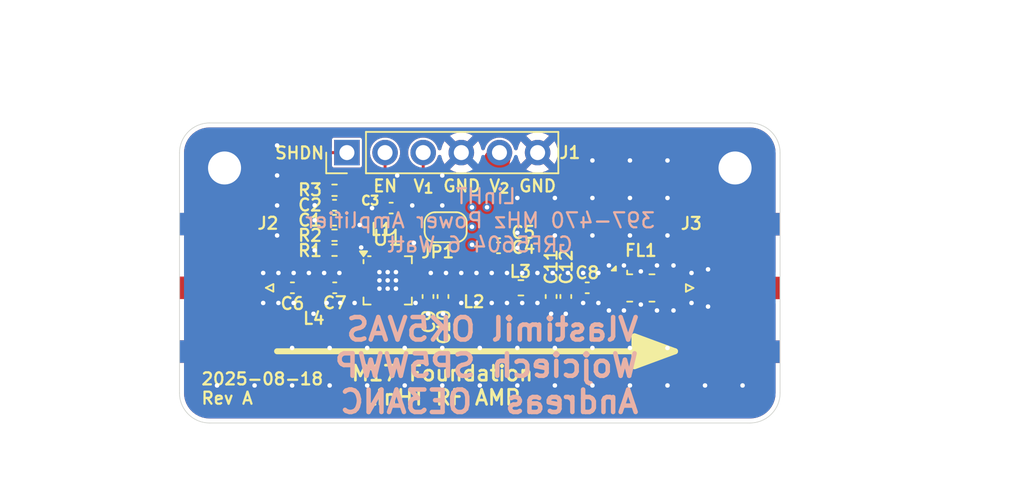
<source format=kicad_pcb>
(kicad_pcb (version 20241229) (generator "pcbnew") (generator_version "9.0")
  (title_block (title "LinHT - 390-470 MHz Power Amplifier") (date "2025-08-18") (rev "A") (company "M17 Foundation") (comment 1 "Author: Vlastimil OK5VAS, Wojciech SP5WWP, Andreas OE3ANC"))
  (layers (0 "F.Cu" signal) (4 "In1.Cu" signal) (6 "In2.Cu" signal) (2 "B.Cu" signal) (13 "F.Paste" user) (15 "B.Paste" user) (5 "F.SilkS" user "F.Silkscreen") (7 "B.SilkS" user "B.Silkscreen") (1 "F.Mask" user) (3 "B.Mask" user) (25 "Edge.Cuts" user))
  (net 0 "")
  (net 1 "GND")
  (net 2 "Net-(J2-In)")
  (net 3 "Net-(U1-V_{EN1})")
  (net 4 "Net-(U1-V_{EN2})")
  (net 5 "Net-(U1-VCC_{1})")
  (net 6 "/V_{2}")
  (net 7 "/V_{1}")
  (net 8 "/SHUTDOWN")
  (net 9 "/ENABLE")
  (net 10 "Net-(C6-Pad2)")
  (net 11 "Net-(C7-Pad2)")
  (net 12 "Net-(FL1-IN)")
  (net 13 "Net-(C11-Pad2)")
  (net 14 "Net-(C10-Pad2)")
  (net 15 "Net-(FL1-OUT)")
  (footprint "Capacitor_SMD:C_0402_1005Metric" (layer "F.Cu") (at 148.445 91.55)
    (property "Reference" "C3" (at -1.395 -0.5 180) (layer "F.SilkS") (effects (font (size 0.6 0.6))))
    (property "Value" "100n")
    (fp_line (start -0.107836 -0.36) (end 0.107836 -0.36) (stroke (width 0.12)) (layer "F.SilkS"))
    (fp_line (start -0.107836 0.36) (end 0.107836 0.36) (stroke (width 0.12)) (layer "F.SilkS"))
    (pad "1" smd roundrect (at -0.48 0) (size 0.56 0.62) (layers "F.Cu" "F.Mask" "F.Paste") (net 1 "GND"))
    (pad "2" smd roundrect (at 0.48 0) (size 0.56 0.62) (layers "F.Cu" "F.Mask" "F.Paste") (net 7 "/V_{1}"))
  )
  (footprint "Capacitor_SMD:C_0402_1005Metric" (layer "F.Cu") (at 144.675 92.36 180)
    (property "Reference" "C1" (at 1.63 0 0) (layer "F.SilkS") (effects (font (size 0.8 0.8))))
    (property "Value" "1n")
    (fp_line (start -0.107836 0.36) (end 0.107836 0.36) (stroke (width 0.12)) (layer "F.SilkS"))
    (fp_line (start -0.107836 -0.36) (end 0.107836 -0.36) (stroke (width 0.12)) (layer "F.SilkS"))
    (pad "1" smd roundrect (at -0.48 0 180) (size 0.56 0.62) (layers "F.Cu" "F.Mask" "F.Paste") (net 3 "Net-(U1-V_{EN1})"))
    (pad "2" smd roundrect (at 0.48 0 180) (size 0.56 0.62) (layers "F.Cu" "F.Mask" "F.Paste") (net 1 "GND"))
  )
  (footprint "Capacitor_SMD:C_0402_1005Metric" (layer "F.Cu") (at 155.6 93.2 180)
    (property "Reference" "C5" (at -1.65 0.025 0) (layer "F.SilkS") (effects (font (size 0.8 0.8))))
    (property "Value" "10u")
    (fp_line (start -0.107836 0.36) (end 0.107836 0.36) (stroke (width 0.12)) (layer "F.SilkS"))
    (fp_line (start -0.107836 -0.36) (end 0.107836 -0.36) (stroke (width 0.12)) (layer "F.SilkS"))
    (pad "1" smd roundrect (at -0.48 0 180) (size 0.56 0.62) (layers "F.Cu" "F.Mask" "F.Paste") (net 1 "GND"))
    (pad "2" smd roundrect (at 0.48 0 180) (size 0.56 0.62) (layers "F.Cu" "F.Mask" "F.Paste") (net 6 "/V_{2}"))
  )
  (footprint "Capacitor_SMD:C_0402_1005Metric" (layer "F.Cu") (at 155.6 94.2 180)
    (property "Reference" "C4" (at -1.65 0.025 0) (layer "F.SilkS") (effects (font (size 0.8 0.8))))
    (property "Value" "1n")
    (fp_line (start -0.107836 0.36) (end 0.107836 0.36) (stroke (width 0.12)) (layer "F.SilkS"))
    (fp_line (start -0.107836 -0.36) (end 0.107836 -0.36) (stroke (width 0.12)) (layer "F.SilkS"))
    (pad "1" smd roundrect (at -0.48 0 180) (size 0.56 0.62) (layers "F.Cu" "F.Mask" "F.Paste") (net 1 "GND"))
    (pad "2" smd roundrect (at 0.48 0 180) (size 0.56 0.62) (layers "F.Cu" "F.Mask" "F.Paste") (net 6 "/V_{2}"))
  )
  (footprint "Capacitor_SMD:C_0402_1005Metric" (layer "F.Cu") (at 144.69 96.865)
    (property "Reference" "C7" (at 0 1 0) (layer "F.SilkS") (effects (font (size 0.8 0.8))))
    (property "Value" "33p")
    (fp_line (start -0.107836 -0.36) (end 0.107836 -0.36) (stroke (width 0.12)) (layer "F.SilkS"))
    (fp_line (start -0.107836 0.36) (end 0.107836 0.36) (stroke (width 0.12)) (layer "F.SilkS"))
    (pad "1" smd roundrect (at -0.48 0) (size 0.56 0.62) (layers "F.Cu" "F.Mask" "F.Paste") (net 10 "Net-(C6-Pad2)"))
    (pad "2" smd roundrect (at 0.48 0) (size 0.56 0.62) (layers "F.Cu" "F.Mask" "F.Paste") (net 11 "Net-(C7-Pad2)"))
  )
  (footprint "Jumper:SolderJumper-2_P1.3mm_Open_RoundedPad1.0x1.5mm" (layer "F.Cu") (at 152.075 92.825)
    (property "Reference" "JP1" (at -0.525 1.65 0) (layer "F.SilkS") (effects (font (size 0.8 0.8))))
    (property "Value" "SolderJumper_2_Open")
    (fp_line (start -1.4 0.3) (end -1.4 -0.3) (stroke (width 0.12)) (layer "F.SilkS"))
    (fp_line (start -0.7 -1) (end 0.7 -1) (stroke (width 0.12)) (layer "F.SilkS"))
    (fp_line (start 0.7 1) (end -0.7 1) (stroke (width 0.12)) (layer "F.SilkS"))
    (fp_line (start 1.4 -0.3) (end 1.4 0.3) (stroke (width 0.12)) (layer "F.SilkS"))
    (fp_arc (start -1.4 -0.3) (mid -1.194975 -0.794975) (end -0.7 -1) (stroke (width 0.12)) (layer "F.SilkS"))
    (fp_arc (start -0.7 1) (mid -1.194975 0.794975) (end -1.4 0.3) (stroke (width 0.12)) (layer "F.SilkS"))
    (fp_arc (start 0.7 -1) (mid 1.194975 -0.794975) (end 1.4 -0.3) (stroke (width 0.12)) (layer "F.SilkS"))
    (fp_arc (start 1.4 0.3) (mid 1.194975 0.794975) (end 0.7 1) (stroke (width 0.12)) (layer "F.SilkS"))
    (pad "1" smd custom (at -0.65 0) (size 1 0.5) (layers "F.Cu" "F.Mask") (net 7 "/V_{1}") (options (clearance outline) (anchor rect)) (primitives (gr_circle (center 0 0.25) (end 0.5 0.25) (width 0) (fill yes)) (gr_circle (center 0 -0.25) (end 0.5 -0.25) (width 0) (fill yes)) (gr_poly (pts (xy 0.5 0.75) (xy 0 0.75) (xy 0 -0.75) (xy 0.5 -0.75)) (width 0) (fill yes))))
    (pad "2" smd custom (at 0.65 0) (size 1 0.5) (layers "F.Cu" "F.Mask") (net 6 "/V_{2}") (options (clearance outline) (anchor rect)) (primitives (gr_circle (center 0 0.25) (end 0.5 0.25) (width 0) (fill yes)) (gr_circle (center 0 -0.25) (end 0.5 -0.25) (width 0) (fill yes)) (gr_poly (pts (xy 0 0.75) (xy -0.5 0.75) (xy -0.5 -0.75) (xy 0 -0.75)) (width 0) (fill yes))))
  )
  (footprint "Resistor_SMD:R_0402_1005Metric" (layer "F.Cu") (at 144.675 93.36)
    (property "Reference" "R2" (at -1.63 0.0125 0) (layer "F.SilkS") (effects (font (size 0.8 0.8))))
    (property "Value" "1k96")
    (fp_line (start -0.153641 -0.38) (end 0.153641 -0.38) (stroke (width 0.12)) (layer "F.SilkS"))
    (fp_line (start -0.153641 0.38) (end 0.153641 0.38) (stroke (width 0.12)) (layer "F.SilkS"))
    (pad "1" smd roundrect (at -0.51 0) (size 0.54 0.64) (layers "F.Cu" "F.Mask" "F.Paste") (net 9 "/ENABLE"))
    (pad "2" smd roundrect (at 0.51 0) (size 0.54 0.64) (layers "F.Cu" "F.Mask" "F.Paste") (net 3 "Net-(U1-V_{EN1})"))
  )
  (footprint "Resistor_SMD:R_0402_1005Metric" (layer "F.Cu") (at 144.675 94.36 180)
    (property "Reference" "R1" (at 1.63 -0.025 0) (layer "F.SilkS") (effects (font (size 0.8 0.8))))
    (property "Value" "100k")
    (fp_line (start -0.153641 0.38) (end 0.153641 0.38) (stroke (width 0.12)) (layer "F.SilkS"))
    (fp_line (start -0.153641 -0.38) (end 0.153641 -0.38) (stroke (width 0.12)) (layer "F.SilkS"))
    (pad "1" smd roundrect (at -0.51 0 180) (size 0.54 0.64) (layers "F.Cu" "F.Mask" "F.Paste") (net 8 "/SHUTDOWN"))
    (pad "2" smd roundrect (at 0.51 0 180) (size 0.54 0.64) (layers "F.Cu" "F.Mask" "F.Paste") (net 1 "GND"))
  )
  (footprint "Capacitor_SMD:C_0402_1005Metric" (layer "F.Cu") (at 144.675 91.36 180)
    (property "Reference" "C2" (at 1.63 0.0125 0) (layer "F.SilkS") (effects (font (size 0.8 0.8))))
    (property "Value" "1n")
    (fp_line (start -0.107836 0.36) (end 0.107836 0.36) (stroke (width 0.12)) (layer "F.SilkS"))
    (fp_line (start -0.107836 -0.36) (end 0.107836 -0.36) (stroke (width 0.12)) (layer "F.SilkS"))
    (pad "1" smd roundrect (at -0.48 0 180) (size 0.56 0.62) (layers "F.Cu" "F.Mask" "F.Paste") (net 4 "Net-(U1-V_{EN2})"))
    (pad "2" smd roundrect (at 0.48 0 180) (size 0.56 0.62) (layers "F.Cu" "F.Mask" "F.Paste") (net 1 "GND"))
  )
  (footprint "MountingHole:MountingHole_2.2mm_M2_DIN965_Pad" (layer "F.Cu") (at 171.35 88.875)
    (property "Reference" "H2" (hide yes))
    (property "Value" "MountingHole_Pad_MP")
    (pad "1" thru_hole circle (at 0 0) (size 3.8 3.8) (drill 2.2) (layers "*.Cu" "*.Mask") (net 1 "GND"))
  )
  (footprint "Capacitor_SMD:C_0402_1005Metric" (layer "F.Cu") (at 160.08 97.445 90)
    (property "Reference" "C12" (at 1.97 0.025 90) (layer "F.SilkS") (effects (font (size 0.8 0.8))))
    (property "Value" "3p")
    (fp_line (start -0.107836 -0.36) (end 0.107836 -0.36) (stroke (width 0.12)) (layer "F.SilkS"))
    (fp_line (start -0.107836 0.36) (end 0.107836 0.36) (stroke (width 0.12)) (layer "F.SilkS"))
    (pad "1" smd roundrect (at -0.48 0 90) (size 0.56 0.62) (layers "F.Cu" "F.Mask" "F.Paste") (net 1 "GND"))
    (pad "2" smd roundrect (at 0.48 0 90) (size 0.56 0.62) (layers "F.Cu" "F.Mask" "F.Paste") (net 13 "Net-(C11-Pad2)"))
  )
  (footprint "Capacitor_SMD:C_0402_1005Metric" (layer "F.Cu") (at 150.9 97.445 90)
    (property "Reference" "C9" (at -1.675 0.05 90) (layer "F.SilkS") (effects (font (size 0.8 0.8))))
    (property "Value" "33p")
    (fp_line (start -0.107836 -0.36) (end 0.107836 -0.36) (stroke (width 0.12)) (layer "F.SilkS"))
    (fp_line (start -0.107836 0.36) (end 0.107836 0.36) (stroke (width 0.12)) (layer "F.SilkS"))
    (pad "1" smd roundrect (at -0.48 0 90) (size 0.56 0.62) (layers "F.Cu" "F.Mask" "F.Paste") (net 1 "GND"))
    (pad "2" smd roundrect (at 0.48 0 90) (size 0.56 0.62) (layers "F.Cu" "F.Mask" "F.Paste") (net 14 "Net-(C10-Pad2)"))
  )
  (footprint "Capacitor_SMD:C_0402_1005Metric" (layer "F.Cu") (at 159.1 97.445 90)
    (property "Reference" "C11" (at 1.97 0 90) (layer "F.SilkS") (effects (font (size 0.8 0.8))))
    (property "Value" "27p")
    (fp_line (start -0.107836 -0.36) (end 0.107836 -0.36) (stroke (width 0.12)) (layer "F.SilkS"))
    (fp_line (start -0.107836 0.36) (end 0.107836 0.36) (stroke (width 0.12)) (layer "F.SilkS"))
    (pad "1" smd roundrect (at -0.48 0 90) (size 0.56 0.62) (layers "F.Cu" "F.Mask" "F.Paste") (net 1 "GND"))
    (pad "2" smd roundrect (at 0.48 0 90) (size 0.56 0.62) (layers "F.Cu" "F.Mask" "F.Paste") (net 13 "Net-(C11-Pad2)"))
  )
  (footprint "MountingHole:MountingHole_2.2mm_M2_DIN965_Pad" (layer "F.Cu") (at 137.35 88.875)
    (property "Reference" "H1" (hide yes))
    (property "Value" "MountingHole_Pad_MP")
    (pad "1" thru_hole circle (at 0 0) (size 3.8 3.8) (drill 2.2) (layers "*.Cu" "*.Mask") (net 1 "GND"))
  )
  (footprint "Parts:QFN-16-1EP_3x3mm_P0.5mm_EP1.7x1.7mm_ThermalVias" (layer "F.Cu") (at 148.215 96.37)
    (property "Reference" "U1" (at 0 -2.83 0) (layer "F.SilkS"))
    (property "Value" "GRF5604")
    (fp_line (start -1.61 -1.135) (end -1.61 -1.37) (stroke (width 0.12)) (layer "F.SilkS"))
    (fp_line (start -1.61 1.61) (end -1.61 1.135) (stroke (width 0.12)) (layer "F.SilkS"))
    (fp_line (start -1.135 -1.61) (end -1.31 -1.61) (stroke (width 0.12)) (layer "F.SilkS"))
    (fp_line (start -1.135 1.61) (end -1.61 1.61) (stroke (width 0.12)) (layer "F.SilkS"))
    (fp_line (start 1.135 -1.61) (end 1.61 -1.61) (stroke (width 0.12)) (layer "F.SilkS"))
    (fp_line (start 1.135 1.61) (end 1.61 1.61) (stroke (width 0.12)) (layer "F.SilkS"))
    (fp_line (start 1.61 -1.61) (end 1.61 -1.135) (stroke (width 0.12)) (layer "F.SilkS"))
    (fp_line (start 1.61 1.61) (end 1.61 1.135) (stroke (width 0.12)) (layer "F.SilkS"))
    (fp_poly (pts (xy -1.61 -1.61) (xy -1.85 -1.94) (xy -1.37 -1.94)) (stroke (width 0.12)) (fill yes) (layer "F.SilkS"))
    (pad "1" smd roundrect (at -1.4625 -0.75) (size 0.825 0.25) (layers "F.Cu" "F.Mask" "F.Paste") (net 8 "/SHUTDOWN"))
    (pad "2" smd roundrect (at -1.4625 -0.25) (size 0.825 0.25) (layers "F.Cu" "F.Mask" "F.Paste") (net 1 "GND"))
    (pad "3" smd roundrect (at -1.4625 0.25) (size 0.825 0.25) (layers "F.Cu" "F.Mask" "F.Paste") (net 11 "Net-(C7-Pad2)"))
    (pad "4" smd roundrect (at -1.4625 0.75) (size 0.825 0.25) (layers "F.Cu" "F.Mask" "F.Paste") (net 11 "Net-(C7-Pad2)"))
    (pad "5" smd roundrect (at -0.75 1.4625) (size 0.25 0.825) (layers "F.Cu" "F.Mask" "F.Paste") (net 1 "GND"))
    (pad "6" smd roundrect (at -0.25 1.4625) (size 0.25 0.825) (layers "F.Cu" "F.Mask" "F.Paste") (net 1 "GND"))
    (pad "7" smd roundrect (at 0.25 1.4625) (size 0.25 0.825) (layers "F.Cu" "F.Mask" "F.Paste") (net 1 "GND"))
    (pad "8" smd roundrect (at 0.75 1.4625) (size 0.25 0.825) (layers "F.Cu" "F.Mask" "F.Paste") (net 1 "GND"))
    (pad "9" smd roundrect (at 1.4625 0.75) (size 0.825 0.25) (layers "F.Cu" "F.Mask" "F.Paste") (net 14 "Net-(C10-Pad2)"))
    (pad "10" smd roundrect (at 1.4625 0.25) (size 0.825 0.25) (layers "F.Cu" "F.Mask" "F.Paste") (net 14 "Net-(C10-Pad2)"))
    (pad "11" smd roundrect (at 1.4625 -0.25) (size 0.825 0.25) (layers "F.Cu" "F.Mask" "F.Paste") (net 1 "GND"))
    (pad "12" smd roundrect (at 1.4625 -0.75) (size 0.825 0.25) (layers "F.Cu" "F.Mask" "F.Paste") (net 6 "/V_{2}"))
    (pad "13" smd roundrect (at 0.75 -1.4625) (size 0.25 0.825) (layers "F.Cu" "F.Mask" "F.Paste") (net 5 "Net-(U1-VCC_{1})"))
    (pad "14" smd roundrect (at 0.25 -1.4625) (size 0.25 0.825) (layers "F.Cu" "F.Mask" "F.Paste") (net 1 "GND"))
    (pad "15" smd roundrect (at -0.25 -1.4625) (size 0.25 0.825) (layers "F.Cu" "F.Mask" "F.Paste") (net 4 "Net-(U1-V_{EN2})"))
    (pad "16" smd roundrect (at -0.75 -1.4625) (size 0.25 0.825) (layers "F.Cu" "F.Mask" "F.Paste") (net 3 "Net-(U1-V_{EN1})"))
    (pad "17" thru_hole circle (at -0.55 -0.55) (size 0.6 0.6) (drill 0.3) (property pad_prop_heatsink) (layers "*.Cu") (net 1 "GND"))
    (pad "17" thru_hole circle (at -0.55 0) (size 0.6 0.6) (drill 0.3) (property pad_prop_heatsink) (layers "*.Cu") (net 1 "GND"))
    (pad "17" thru_hole circle (at -0.55 0.55) (size 0.6 0.6) (drill 0.3) (property pad_prop_heatsink) (layers "*.Cu") (net 1 "GND"))
    (pad "17" thru_hole circle (at 0 -0.55) (size 0.6 0.6) (drill 0.3) (property pad_prop_heatsink) (layers "*.Cu") (net 1 "GND"))
    (pad "17" thru_hole circle (at 0 0) (size 0.6 0.6) (drill 0.3) (property pad_prop_heatsink) (layers "*.Cu") (net 1 "GND"))
    (pad "17" smd roundrect (at 0 0) (size 1.7 1.7) (property pad_prop_heatsink) (layers "F.Cu" "F.Mask") (roundrect_rratio 0.05882352941) (net 1 "GND"))
    (pad "17" smd roundrect (at 0 0) (size 1.7 1.7) (property pad_prop_heatsink) (layers "B.Cu") (roundrect_rratio 0.05882352941) (net 1 "GND"))
    (pad "17" thru_hole circle (at 0 0.55) (size 0.6 0.6) (drill 0.3) (property pad_prop_heatsink) (layers "*.Cu") (net 1 "GND"))
    (pad "17" thru_hole circle (at 0.55 -0.55) (size 0.6 0.6) (drill 0.3) (property pad_prop_heatsink) (layers "*.Cu") (net 1 "GND"))
    (pad "17" thru_hole circle (at 0.55 0) (size 0.6 0.6) (drill 0.3) (property pad_prop_heatsink) (layers "*.Cu") (net 1 "GND"))
    (pad "17" thru_hole circle (at 0.55 0.55) (size 0.6 0.6) (drill 0.3) (property pad_prop_heatsink) (layers "*.Cu") (net 1 "GND"))
  )
  (footprint "Resistor_SMD:R_0402_1005Metric" (layer "F.Cu") (at 144.675 90.36)
    (property "Reference" "R3" (at -1.63 -0.025 0) (layer "F.SilkS") (effects (font (size 0.8 0.8))))
    (property "Value" "6k04")
    (fp_line (start -0.153641 -0.38) (end 0.153641 -0.38) (stroke (width 0.12)) (layer "F.SilkS"))
    (fp_line (start -0.153641 0.38) (end 0.153641 0.38) (stroke (width 0.12)) (layer "F.SilkS"))
    (pad "1" smd roundrect (at -0.51 0) (size 0.54 0.64) (layers "F.Cu" "F.Mask" "F.Paste") (net 9 "/ENABLE"))
    (pad "2" smd roundrect (at 0.51 0) (size 0.54 0.64) (layers "F.Cu" "F.Mask" "F.Paste") (net 4 "Net-(U1-V_{EN2})"))
  )
  (footprint "Filter:Filter_Mini-Circuits_FV1206" (layer "F.Cu") (at 165.075 96.875)
    (property "Reference" "FL1" (at 0 -2.5 0) (layer "F.SilkS") (effects (font (size 0.8 0.8))))
    (property "Value" "LFCN-490")
    (fp_line (start -0.91 -0.91) (end -0.91 -1.16) (stroke (width 0.12)) (layer "F.SilkS"))
    (fp_line (start -0.91 -0.91) (end -0.57 -0.91) (stroke (width 0.12)) (layer "F.SilkS"))
    (fp_line (start -0.91 0.91) (end -0.57 0.91) (stroke (width 0.12)) (layer "F.SilkS"))
    (fp_line (start 0.57 -0.91) (end 0.91 -0.91) (stroke (width 0.12)) (layer "F.SilkS"))
    (fp_line (start 0.57 0.91) (end 0.91 0.91) (stroke (width 0.12)) (layer "F.SilkS"))
    (fp_poly (pts (xy -1.66 -1.16) (xy -1.94 -1.16) (xy -1.66 -1.44) (xy -1.66 -1.16)) (stroke (width 0.12)) (fill yes) (layer "F.SilkS"))
    (pad "1" smd roundrect (at -1.625 0) (size 1.04 1.8) (layers "F.Cu" "F.Mask" "F.Paste") (roundrect_rratio 0.24) (net 12 "Net-(FL1-IN)"))
    (pad "2" smd roundrect (at 0 0.9275) (size 0.61 1.245) (layers "F.Cu" "F.Mask" "F.Paste") (net 1 "GND"))
    (pad "2" thru_hole circle (at 0 1.105) (size 0.61 0.61) (drill 0.3) (layers "*.Cu" "*.Mask") (net 1 "GND"))
    (pad "3" smd roundrect (at 1.625 0) (size 1.04 1.8) (layers "F.Cu" "F.Mask" "F.Paste") (roundrect_rratio 0.24) (net 15 "Net-(FL1-OUT)"))
    (pad "4" thru_hole circle (at 0 -1.105) (size 0.61 0.61) (drill 0.3) (layers "*.Cu" "*.Mask") (net 1 "GND"))
    (pad "4" smd roundrect (at 0 -0.9275) (size 0.61 1.245) (layers "F.Cu" "F.Mask" "F.Paste") (net 1 "GND"))
  )
  (footprint "Connector_PinHeader_2.54mm:PinHeader_1x06_P2.54mm_Vertical" (layer "F.Cu") (at 145.5 87.85 90)
    (property "Reference" "J1" (at 0 14.85 180) (layer "F.SilkS") (effects (font (size 0.8 0.8))))
    (property "Value" "SIGNALS")
    (fp_line (start -1.38 -1.38) (end 0 -1.38) (stroke (width 0.12)) (layer "F.SilkS"))
    (fp_line (start -1.38 0) (end -1.38 -1.38) (stroke (width 0.12)) (layer "F.SilkS"))
    (fp_line (start 1.38 1.27) (end 1.38 14.08) (stroke (width 0.12)) (layer "F.SilkS"))
    (fp_line (start -1.38 1.27) (end 1.38 1.27) (stroke (width 0.12)) (layer "F.SilkS"))
    (fp_line (start -1.38 1.27) (end -1.38 14.08) (stroke (width 0.12)) (layer "F.SilkS"))
    (fp_line (start -1.38 14.08) (end 1.38 14.08) (stroke (width 0.12)) (layer "F.SilkS"))
    (pad "1" thru_hole rect (at 0 0 90) (size 1.7 1.7) (drill 1) (layers "*.Cu" "*.Mask") (net 8 "/SHUTDOWN"))
    (pad "2" thru_hole circle (at 0 2.54 90) (size 1.7 1.7) (drill 1) (layers "*.Cu" "*.Mask") (net 9 "/ENABLE"))
    (pad "3" thru_hole circle (at 0 5.08 90) (size 1.7 1.7) (drill 1) (layers "*.Cu" "*.Mask") (net 7 "/V_{1}"))
    (pad "4" thru_hole circle (at 0 7.62 90) (size 1.7 1.7) (drill 1) (layers "*.Cu" "*.Mask") (net 1 "GND"))
    (pad "5" thru_hole circle (at 0 10.16 90) (size 1.7 1.7) (drill 1) (layers "*.Cu" "*.Mask") (net 6 "/V_{2}"))
    (pad "6" thru_hole circle (at 0 12.7 90) (size 1.7 1.7) (drill 1) (layers "*.Cu" "*.Mask") (net 1 "GND"))
  )
  (footprint "Capacitor_SMD:C_0402_1005Metric" (layer "F.Cu") (at 141.87 96.865)
    (property "Reference" "C6" (at 0 1.05 0) (layer "F.SilkS") (effects (font (size 0.8 0.8))))
    (property "Value" "10p")
    (fp_line (start -0.107836 -0.36) (end 0.107836 -0.36) (stroke (width 0.12)) (layer "F.SilkS"))
    (fp_line (start -0.107836 0.36) (end 0.107836 0.36) (stroke (width 0.12)) (layer "F.SilkS"))
    (pad "1" smd roundrect (at -0.48 0) (size 0.56 0.62) (layers "F.Cu" "F.Mask" "F.Paste") (net 2 "Net-(J2-In)"))
    (pad "2" smd roundrect (at 0.48 0) (size 0.56 0.62) (layers "F.Cu" "F.Mask" "F.Paste") (net 10 "Net-(C6-Pad2)"))
  )
  (footprint "Connector_Coaxial:SMA_Amphenol_132289_EdgeMount" (layer "F.Cu") (at 171.7875 96.875)
    (property "Reference" "J3" (at -3.35 -4.3 180) (layer "F.SilkS") (effects (font (size 0.8 0.8))))
    (property "Value" "OUTPUT")
    (fp_line (start -3.71 -0.25) (end -3.71 0.25) (stroke (width 0.12)) (layer "F.SilkS"))
    (fp_line (start -3.71 0.25) (end -3.21 0) (stroke (width 0.12)) (layer "F.SilkS"))
    (fp_line (start -3.21 0) (end -3.71 -0.25) (stroke (width 0.12)) (layer "F.SilkS"))
    (pad "1" smd rect (at 0 0 90) (size 1.5 5.08) (layers "F.Cu" "F.Mask" "F.Paste") (net 15 "Net-(FL1-OUT)"))
    (pad "2" smd rect (at 0 -4.25 90) (size 1.5 5.08) (layers "F.Cu" "F.Mask" "F.Paste") (net 1 "GND"))
    (pad "2" smd rect (at 0 -4.25 90) (size 1.5 5.08) (layers "B.Cu" "B.Mask" "B.Paste") (net 1 "GND"))
    (pad "2" smd rect (at 0 4.25 90) (size 1.5 5.08) (layers "F.Cu" "F.Mask" "F.Paste") (net 1 "GND"))
    (pad "2" smd rect (at 0 4.25 90) (size 1.5 5.08) (layers "B.Cu" "B.Mask" "B.Paste") (net 1 "GND"))
  )
  (footprint "Inductor_SMD:L_0402_1005Metric" (layer "F.Cu") (at 148.975 93 -90)
    (property "Reference" "L1" (at -0.025 1.175 180) (layer "F.SilkS") (effects (font (size 0.8 0.8))))
    (property "Value" "20nH")
    (pad "1" smd roundrect (at -0.485 0 270) (size 0.59 0.64) (layers "F.Cu" "F.Mask" "F.Paste") (net 7 "/V_{1}"))
    (pad "2" smd roundrect (at 0.485 0 270) (size 0.59 0.64) (layers "F.Cu" "F.Mask" "F.Paste") (net 5 "Net-(U1-VCC_{1})"))
  )
  (footprint "Capacitor_SMD:C_0402_1005Metric" (layer "F.Cu") (at 151.9 97.445 90)
    (property "Reference" "C10" (at -2.03 0.05 90) (layer "F.SilkS") (effects (font (size 0.8 0.8))))
    (property "Value" "6p8")
    (fp_line (start -0.107836 -0.36) (end 0.107836 -0.36) (stroke (width 0.12)) (layer "F.SilkS"))
    (fp_line (start -0.107836 0.36) (end 0.107836 0.36) (stroke (width 0.12)) (layer "F.SilkS"))
    (pad "1" smd roundrect (at -0.48 0 90) (size 0.56 0.62) (layers "F.Cu" "F.Mask" "F.Paste") (net 1 "GND"))
    (pad "2" smd roundrect (at 0.48 0 90) (size 0.56 0.62) (layers "F.Cu" "F.Mask" "F.Paste") (net 14 "Net-(C10-Pad2)"))
  )
  (footprint "Inductor_SMD:L_0603_1608Metric" (layer "F.Cu") (at 157.0875 96.865)
    (property "Reference" "L3" (at -0.0375 -1.09 0) (layer "F.SilkS") (effects (font (size 0.8 0.8))))
    (property "Value" "2.4nH")
    (fp_line (start -0.162779 -0.51) (end 0.162779 -0.51) (stroke (width 0.12)) (layer "F.SilkS"))
    (fp_line (start -0.162779 0.51) (end 0.162779 0.51) (stroke (width 0.12)) (layer "F.SilkS"))
    (pad "1" smd roundrect (at -0.7875 0) (size 0.875 0.95) (layers "F.Cu" "F.Mask" "F.Paste") (net 14 "Net-(C10-Pad2)"))
    (pad "2" smd roundrect (at 0.7875 0) (size 0.875 0.95) (layers "F.Cu" "F.Mask" "F.Paste") (net 13 "Net-(C11-Pad2)"))
  )
  (footprint "Inductor_SMD:L_0402_1005Metric" (layer "F.Cu") (at 143.27 97.44 -90)
    (property "Reference" "L4" (at 1.465 -0.025 180) (layer "F.SilkS") (effects (font (size 0.8 0.8))))
    (property "Value" "10n")
    (pad "1" smd roundrect (at -0.485 0 270) (size 0.59 0.64) (layers "F.Cu" "F.Mask" "F.Paste") (net 10 "Net-(C6-Pad2)"))
    (pad "2" smd roundrect (at 0.485 0 270) (size 0.59 0.64) (layers "F.Cu" "F.Mask" "F.Paste") (net 1 "GND"))
  )
  (footprint "Capacitor_SMD:C_0402_1005Metric" (layer "F.Cu") (at 161.505 96.865)
    (property "Reference" "C8" (at 0 -1 0) (layer "F.SilkS") (effects (font (size 0.8 0.8))))
    (property "Value" "100p")
    (fp_line (start -0.107836 -0.36) (end 0.107836 -0.36) (stroke (width 0.12)) (layer "F.SilkS"))
    (fp_line (start -0.107836 0.36) (end 0.107836 0.36) (stroke (width 0.12)) (layer "F.SilkS"))
    (pad "1" smd roundrect (at -0.48 0) (size 0.56 0.62) (layers "F.Cu" "F.Mask" "F.Paste") (net 13 "Net-(C11-Pad2)"))
    (pad "2" smd roundrect (at 0.48 0) (size 0.56 0.62) (layers "F.Cu" "F.Mask" "F.Paste") (net 12 "Net-(FL1-IN)"))
  )
  (footprint "Parts:0908SQ-23N" (layer "F.Cu") (at 154 95.895 -90)
    (property "Reference" "L2" (at 1.9 0.05 0) (layer "F.SilkS") (effects (font (size 0.8 0.8))))
    (property "Value" "23nH")
    (pad "1" smd roundrect (at -0.95 0 270) (size 0.64 2.8) (layers "F.Cu" "F.Mask" "F.Paste") (roundrect_rratio 0.15) (net 6 "/V_{2}"))
    (pad "2" smd roundrect (at 0.95 0 270) (size 0.64 2.8) (layers "F.Cu" "F.Mask" "F.Paste") (roundrect_rratio 0.15) (net 14 "Net-(C10-Pad2)"))
  )
  (footprint "Connector_Coaxial:SMA_Amphenol_132289_EdgeMount" (layer "F.Cu") (at 136.89 96.865 180)
    (property "Reference" "J2" (at -3.35 4.3 180) (layer "F.SilkS") (effects (font (size 0.8 0.8))))
    (property "Value" "INPUT")
    (fp_line (start -3.21 0) (end -3.71 -0.25) (stroke (width 0.12)) (layer "F.SilkS"))
    (fp_line (start -3.71 0.25) (end -3.21 0) (stroke (width 0.12)) (layer "F.SilkS"))
    (fp_line (start -3.71 -0.25) (end -3.71 0.25) (stroke (width 0.12)) (layer "F.SilkS"))
    (pad "1" smd rect (at 0 0 270) (size 1.5 5.08) (layers "F.Cu" "F.Mask" "F.Paste") (net 2 "Net-(J2-In)"))
    (pad "2" smd rect (at 0 -4.25 270) (size 1.5 5.08) (layers "F.Cu" "F.Mask" "F.Paste") (net 1 "GND"))
    (pad "2" smd rect (at 0 -4.25 270) (size 1.5 5.08) (layers "B.Cu" "B.Mask" "B.Paste") (net 1 "GND"))
    (pad "2" smd rect (at 0 4.25 270) (size 1.5 5.08) (layers "F.Cu" "F.Mask" "F.Paste") (net 1 "GND"))
    (pad "2" smd rect (at 0 4.25 270) (size 1.5 5.08) (layers "B.Cu" "B.Mask" "B.Paste") (net 1 "GND"))
  )
  (gr_poly (pts (xy 164.65 100.095) (xy 167.35 101.095) (xy 164.65 102.095)) (stroke (width 0.4)) (fill yes) (layer "F.SilkS"))
  (gr_line (start 140.85 101.095) (end 167.35 101.095) (stroke (width 0.4)) (layer "F.SilkS"))
  (gr_arc (start 136.35 105.875) (mid 134.935786 105.289214) (end 134.35 103.875) (stroke (width 0.05)) (layer "Edge.Cuts"))
  (gr_line (start 136.35 105.875) (end 172.35 105.875) (stroke (width 0.05)) (layer "Edge.Cuts"))
  (gr_arc (start 174.35 103.875) (mid 173.764214 105.289214) (end 172.35 105.875) (stroke (width 0.05)) (layer "Edge.Cuts"))
  (gr_line (start 172.35 85.875) (end 136.35 85.875) (stroke (width 0.05)) (layer "Edge.Cuts"))
  (gr_arc (start 134.35 87.875) (mid 134.935786 86.460786) (end 136.35 85.875) (stroke (width 0.05)) (layer "Edge.Cuts"))
  (gr_line (start 134.35 87.875) (end 134.35 103.875) (stroke (width 0.05)) (layer "Edge.Cuts"))
  (gr_arc (start 172.35 85.875) (mid 173.764214 86.460786) (end 174.35 87.875) (stroke (width 0.05)) (layer "Edge.Cuts"))
  (gr_line (start 174.35 103.875) (end 174.35 87.875) (stroke (width 0.05)) (layer "Edge.Cuts"))
  (gr_text "SHDN" (at 142.35 87.875 0) (layer "F.SilkS") (effects (font (size 0.8 0.8))))
  (gr_text "${ISSUE_DATE}\nRev ${REVISION}" (at 135.73 104.695 0) (layer "F.SilkS") (effects (font (size 0.8 0.8)) (justify left bottom)))
  (gr_text "V_{2}" (at 155.65 90.075 0) (layer "F.SilkS") (effects (font (size 0.8 0.8))))
  (gr_text "GND" (at 158.2 90.075 0) (layer "F.SilkS") (effects (font (size 0.8 0.8))))
  (gr_text "EN" (at 148.05 90.075 0) (layer "F.SilkS") (effects (font (size 0.8 0.8))))
  (gr_text "M17 Foundation\nLinHT RF AMP" (at 151.85 103.375 0) (layer "F.SilkS") (effects (font (size 1 1) (thickness 0.18) (bold yes))))
  (gr_text "V_{1}" (at 150.6 90.075 0) (layer "F.SilkS") (effects (font (size 0.8 0.8))))
  (gr_text "GND" (at 153.15 90.075 0) (layer "F.SilkS") (effects (font (size 0.8 0.8))))
  (gr_text "LinHT \n397-470 MHz Power Amplifier\nGRF5604 6 Watt" (at 154.37 92.375 0) (layer "B.SilkS") (effects (font (size 1 1)) (justify mirror)))
  (gr_text "Vlastimil OK5VAS\nWojciech SP5WWP\nAndreas  OE3ANC" (at 165.07 102.05 0) (layer "B.SilkS") (effects (font (size 1.5 1.5) (thickness 0.3) (bold yes)) (justify left mirror)))
  (via (at 157.173529 97.875) (size 0.6) (drill 0.3) (layers "F.Cu" "B.Cu") (net 1))
  (via (at 158.188235 97.875) (size 0.6) (drill 0.3) (layers "F.Cu" "B.Cu") (net 1))
  (via (at 168.45 97.875) (size 0.6) (drill 0.3) (layers "F.Cu" "B.Cu") (net 1))
  (via (at 166.15 95.375) (size 0.6) (drill 0.3) (layers "F.Cu" "B.Cu") (net 1))
  (via (at 161.85 90.875) (size 0.6) (drill 0.3) (layers "F.Cu" "B.Cu") (net 1))
  (via (at 140.85 93.375) (size 0.6) (drill 0.3) (layers "F.Cu" "B.Cu") (net 1))
  (via (at 155.144117 97.875) (size 0.6) (drill 0.3) (layers "F.Cu" "B.Cu") (net 1))
  (via (at 143.35 94.36) (size 0.6) (drill 0.3) (layers "F.Cu" "B.Cu") (net 1))
  (via (at 166.85 93.375) (size 0.6) (drill 0.3) (layers "F.Cu" "B.Cu") (net 1))
  (via (at 159.35 90.875) (size 0.6) (drill 0.3) (layers "F.Cu" "B.Cu") (net 1))
  (via (at 140.85 91.375) (size 0.6) (drill 0.3) (layers "F.Cu" "B.Cu") (net 1))
  (via (at 156.85 90.875) (size 0.6) (drill 0.3) (layers "F.Cu" "B.Cu") (net 1))
  (via (at 154.129411 95.875) (size 0.6) (drill 0.3) (layers "F.Cu" "B.Cu") (net 1))
  (via (at 168.45 95.875) (size 0.6) (drill 0.3) (layers "F.Cu" "B.Cu") (net 1))
  (via (at 148.85 89.375) (size 0.6) (drill 0.3) (layers "F.Cu" "B.Cu") (net 1))
  (via (at 158.188235 95.875) (size 0.6) (drill 0.3) (layers "F.Cu" "B.Cu") (net 1))
  (via (at 164.35 90.875) (size 0.6) (drill 0.3) (layers "F.Cu" "B.Cu") (net 1))
  (via (at 156.85 100.875) (size 0.6) (drill 0.3) (layers "F.Cu" "B.Cu") (net 1))
  (via (at 154.35 100.875) (size 0.6) (drill 0.3) (layers "F.Cu" "B.Cu") (net 1))
  (via (at 139.35 103.375) (size 0.6) (drill 0.3) (layers "F.Cu" "B.Cu") (net 1))
  (via (at 153.114705 97.875) (size 0.6) (drill 0.3) (layers "F.Cu" "B.Cu") (net 1))
  (via (at 162.247058 97.875) (size 0.6) (drill 0.3) (layers "F.Cu" "B.Cu") (net 1))
  (via (at 162.95 98.375) (size 0.6) (drill 0.3) (layers "F.Cu" "B.Cu") (net 1))
  (via (at 171.85 103.375) (size 0.6) (drill 0.3) (layers "F.Cu" "B.Cu") (net 1))
  (via (at 149.35 103.375) (size 0.6) (drill 0.3) (layers "F.Cu" "B.Cu") (net 1))
  (via (at 149.35 100.875) (size 0.6) (drill 0.3) (layers "F.Cu" "B.Cu") (net 1))
  (via (at 161.232352 95.875) (size 0.6) (drill 0.3) (layers "F.Cu" "B.Cu") (net 1))
  (via (at 142.967647 95.875) (size 0.6) (drill 0.3) (layers "F.Cu" "B.Cu") (net 1))
  (via (at 144.997058 95.875) (size 0.6) (drill 0.3) (layers "F.Cu" "B.Cu") (net 1))
  (via (at 154.35 103.375) (size 0.6) (drill 0.3) (layers "F.Cu" "B.Cu") (net 1))
  (via (at 146.85 100.875) (size 0.6) (drill 0.3) (layers "F.Cu" "B.Cu") (net 1))
  (via (at 164.35 93.375) (size 0.6) (drill 0.3) (layers "F.Cu" "B.Cu") (net 1))
  (via (at 141.952941 95.875) (size 0.6) (drill 0.3) (layers "F.Cu" "B.Cu") (net 1))
  (via (at 159.1 98.595) (size 0.6) (drill 0.3) (layers "F.Cu" "B.Cu") (net 1))
  (via (at 141.952941 97.875) (size 0.6) (drill 0.3) (layers "F.Cu" "B.Cu") (net 1))
  (via (at 166.85 90.875) (size 0.6) (drill 0.3) (layers "F.Cu" "B.Cu") (net 1))
  (via (at 156.85 94.2) (size 0.6) (drill 0.3) (layers "F.Cu" "B.Cu") (net 1))
  (via (at 162.247058 95.875) (size 0.6) (drill 0.3) (layers "F.Cu" "B.Cu") (net 1))
  (via (at 144.35 100.875) (size 0.6) (drill 0.3) (layers "F.Cu" "B.Cu") (net 1))
  (via (at 139.923529 97.875) (size 0.6) (drill 0.3) (layers "F.Cu" "B.Cu") (net 1))
  (via (at 151.85 89.375) (size 0.6) (drill 0.3) (layers "F.Cu" "B.Cu") (net 1))
  (via (at 146.85 103.375) (size 0.6) (drill 0.3) (layers "F.Cu" "B.Cu") (net 1))
  (via (at 161.85 100.875) (size 0.6) (drill 0.3) (layers "F.Cu" "B.Cu") (net 1))
  (via (at 159.35 93.375) (size 0.6) (drill 0.3) (layers "F.Cu" "B.Cu") (net 1))
  (via (at 147.175 91.55) (size 0.6) (drill 0.3) (layers "F.Cu" "B.Cu") (net 1))
  (via (at 149.85 91.375) (size 0.6) (drill 0.3) (layers "F.Cu" "B.Cu") (net 1))
  (via (at 167.25 98.375) (size 0.6) (drill 0.3) (layers "F.Cu" "B.Cu") (net 1))
  (via (at 156.85 93.2) (size 0.6) (drill 0.3) (layers "F.Cu" "B.Cu") (net 1))
  (via (at 146.35 92.675) (size 0.6) (drill 0.3) (layers "F.Cu" "B.Cu") (net 1))
  (via (at 151.85 91.375) (size 0.6) (drill 0.3) (layers "F.Cu" "B.Cu") (net 1))
  (via (at 140.85 89.375) (size 0.6) (drill 0.3) (layers "F.Cu" "B.Cu") (net 1))
  (via (at 163.95 95.375) (size 0.6) (drill 0.3) (layers "F.Cu" "B.Cu") (net 1))
  (via (at 164.35 100.875) (size 0.6) (drill 0.3) (layers "F.Cu" "B.Cu") (net 1))
  (via (at 150.070588 97.875) (size 0.6) (drill 0.3) (layers "F.Cu" "B.Cu") (net 1))
  (via (at 139.923529 95.875) (size 0.6) (drill 0.3) (layers "F.Cu" "B.Cu") (net 1))
  (via (at 154.129411 97.875) (size 0.6) (drill 0.3) (layers "F.Cu" "B.Cu") (net 1))
  (via (at 151.085294 95.875) (size 0.6) (drill 0.3) (layers "F.Cu" "B.Cu") (net 1))
  (via (at 150.9 98.595) (size 0.6) (drill 0.3) (layers "F.Cu" "B.Cu") (net 1))
  (via (at 162.95 95.375) (size 0.6) (drill 0.3) (layers "F.Cu" "B.Cu") (net 1))
  (via (at 145.05 97.875) (size 0.6) (drill 0.3) (layers "F.Cu" "B.Cu") (net 1))
  (via (at 156.85 103.375) (size 0.6) (drill 0.3) (layers "F.Cu" "B.Cu") (net 1))
  (via (at 140.85 87.375) (size 0.6) (drill 0.3) (layers "F.Cu" "B.Cu") (net 1))
  (via (at 161.232352 97.875) (size 0.6) (drill 0.3) (layers "F.Cu" "B.Cu") (net 1))
  (via (at 166.85 100.875) (size 0.6) (drill 0.3) (layers "F.Cu" "B.Cu") (net 1))
  (via (at 164.35 103.375) (size 0.6) (drill 0.3) (layers "F.Cu" "B.Cu") (net 1))
  (via (at 166.85 103.375) (size 0.6) (drill 0.3) (layers "F.Cu" "B.Cu") (net 1))
  (via (at 156.158823 97.875) (size 0.6) (drill 0.3) (layers "F.Cu" "B.Cu") (net 1))
  (via (at 144.35 103.375) (size 0.6) (drill 0.3) (layers "F.Cu" "B.Cu") (net 1))
  (via (at 143.35 91.36) (size 0.6) (drill 0.3) (layers "F.Cu" "B.Cu") (net 1))
  (via (at 160.217647 95.875) (size 0.6) (drill 0.3) (layers "F.Cu" "B.Cu") (net 1))
  (via (at 136.85 103.375) (size 0.6) (drill 0.3) (layers "F.Cu" "B.Cu") (net 1))
  (via (at 166.15 98.375) (size 0.6) (drill 0.3) (layers "F.Cu" "B.Cu") (net 1))
  (via (at 144.15 97.875) (size 0.6) (drill 0.3) (layers "F.Cu" "B.Cu") (net 1))
  (via (at 146.45 94.175) (size 0.6) (drill 0.3) (layers "F.Cu" "B.Cu") (net 1))
  (via (at 159.202941 95.875) (size 0.6) (drill 0.3) (layers "F.Cu" "B.Cu") (net 1))
  (via (at 161.85 93.375) (size 0.6) (drill 0.3) (layers "F.Cu" "B.Cu") (net 1))
  (via (at 146.011764 97.875) (size 0.6) (drill 0.3) (layers "F.Cu" "B.Cu") (net 1))
  (via (at 151.9 98.595) (size 0.6) (drill 0.3) (layers "F.Cu" "B.Cu") (net 1))
  (via (at 166.85 88.375) (size 0.6) (drill 0.3) (layers "F.Cu" "B.Cu") (net 1))
  (via (at 143.35 92.36) (size 0.6) (drill 0.3) (layers "F.Cu" "B.Cu") (net 1))
  (via (at 141.85 100.875) (size 0.6) (drill 0.3) (layers "F.Cu" "B.Cu") (net 1))
  (via (at 152.1 95.875) (size 0.6) (drill 0.3) (layers "F.Cu" "B.Cu") (net 1))
  (via (at 151.85 100.875) (size 0.6) (drill 0.3) (layers "F.Cu" "B.Cu") (net 1))
  (via (at 140.938235 95.875) (size 0.6) (drill 0.3) (layers "F.Cu" "B.Cu") (net 1))
  (via (at 143.982352 95.875) (size 0.6) (drill 0.3) (layers "F.Cu" "B.Cu") (net 1))
  (via (at 155.144117 95.875) (size 0.6) (drill 0.3) (layers "F.Cu" "B.Cu") (net 1))
  (via (at 163.95 98.375) (size 0.6) (drill 0.3) (layers "F.Cu" "B.Cu") (net 1))
  (via (at 159.35 100.875) (size 0.6) (drill 0.3) (layers "F.Cu" "B.Cu") (net 1))
  (via (at 157.173529 95.875) (size 0.6) (drill 0.3) (layers "F.Cu" "B.Cu") (net 1))
  (via (at 149.96 93.875) (size 0.6) (drill 0.3) (layers "F.Cu" "B.Cu") (net 1))
  (via (at 169.55 98.115) (size 0.6) (drill 0.3) (layers "F.Cu" "B.Cu") (net 1))
  (via (at 167.25 95.375) (size 0.6) (drill 0.3) (layers "F.Cu" "B.Cu") (net 1))
  (via (at 156.158823 95.875) (size 0.6) (drill 0.3) (layers "F.Cu" "B.Cu") (net 1))
  (via (at 160.075 98.595) (size 0.6) (drill 0.3) (layers "F.Cu" "B.Cu") (net 1))
  (via (at 153.114705 95.875) (size 0.6) (drill 0.3) (layers "F.Cu" "B.Cu") (net 1))
  (via (at 143.275 98.595) (size 0.6) (drill 0.3) (layers "F.Cu" "B.Cu") (net 1))
  (via (at 169.55 95.635) (size 0.6) (drill 0.3) (layers "F.Cu" "B.Cu") (net 1))
  (via (at 161.85 103.375) (size 0.6) (drill 0.3) (layers "F.Cu" "B.Cu") (net 1))
  (via (at 169.35 103.375) (size 0.6) (drill 0.3) (layers "F.Cu" "B.Cu") (net 1))
  (via (at 159.35 103.375) (size 0.6) (drill 0.3) (layers "F.Cu" "B.Cu") (net 1))
  (via (at 151.85 103.375) (size 0.6) (drill 0.3) (layers "F.Cu" "B.Cu") (net 1))
  (via (at 141.85 103.375) (size 0.6) (drill 0.3) (layers "F.Cu" "B.Cu") (net 1))
  (via (at 164.35 88.375) (size 0.6) (drill 0.3) (layers "F.Cu" "B.Cu") (net 1))
  (via (at 161.85 88.375) (size 0.6) (drill 0.3) (layers "F.Cu" "B.Cu") (net 1))
  (via (at 140.938235 97.875) (size 0.6) (drill 0.3) (layers "F.Cu" "B.Cu") (net 1))
  (segment (start 147.035 93.36) (end 147.15 93.475) (width 0.2) (layer "F.Cu") (net 3))
  (segment (start 145.185 93.36) (end 145.185 92.39) (width 0.2) (layer "F.Cu") (net 3))
  (segment (start 145.185 92.39) (end 145.155 92.36) (width 0.2) (layer "F.Cu") (net 3))
  (segment (start 147.465 93.79) (end 147.465 94.9075) (width 0.2) (layer "F.Cu") (net 3))
  (segment (start 147.15 93.475) (end 147.465 93.79) (width 0.2) (layer "F.Cu") (net 3))
  (segment (start 145.185 93.36) (end 147.035 93.36) (width 0.2) (layer "F.Cu") (net 3))
  (segment (start 145.155 90.39) (end 145.185 90.36) (width 0.2) (layer "F.Cu") (net 4))
  (segment (start 145.935 91.36) (end 147.965 93.39) (width 0.2) (layer "F.Cu") (net 4))
  (segment (start 145.155 91.36) (end 145.935 91.36) (width 0.2) (layer "F.Cu") (net 4))
  (segment (start 147.965 93.39) (end 147.965 94.9075) (width 0.2) (layer "F.Cu") (net 4))
  (segment (start 145.155 91.36) (end 145.155 90.39) (width 0.2) (layer "F.Cu") (net 4))
  (segment (start 148.965 93.495) (end 148.975 93.485) (width 0.2) (layer "F.Cu") (net 5))
  (segment (start 148.965 94.9075) (end 148.965 93.495) (width 0.2) (layer "F.Cu") (net 5))
  (segment (start 149.6775 95.62) (end 150.215 95.62) (width 0.2) (layer "F.Cu") (net 6))
  (segment (start 150.89 94.945) (end 154 94.945) (width 0.2) (layer "F.Cu") (net 6))
  (segment (start 150.215 95.62) (end 150.89 94.945) (width 0.2) (layer "F.Cu") (net 6))
  (via (at 154.83 91.495) (size 0.6) (drill 0.3) (layers "F.Cu" "B.Cu") (net 6))
  (via (at 153.83 92.795) (size 0.6) (drill 0.3) (layers "F.Cu" "B.Cu") (net 6))
  (via (at 153.83 93.995) (size 0.6) (drill 0.3) (layers "F.Cu" "B.Cu") (net 6))
  (via (at 153.83 91.495) (size 0.6) (drill 0.3) (layers "F.Cu" "B.Cu") (net 6))
  (segment (start 148.925 91.55) (end 148.925 92.465) (width 0.2) (layer "F.Cu") (net 7))
  (segment (start 151.115 92.515) (end 151.425 92.825) (width 0.2) (layer "F.Cu") (net 7))
  (segment (start 148.925 91.55) (end 148.925 90.87) (width 0.2) (layer "F.Cu") (net 7))
  (segment (start 148.925 92.465) (end 148.975 92.515) (width 0.2) (layer "F.Cu") (net 7))
  (segment (start 148.925 90.87) (end 150.58 89.215) (width 0.2) (layer "F.Cu") (net 7))
  (segment (start 150.58 89.215) (end 150.58 87.85) (width 0.2) (layer "F.Cu") (net 7))
  (segment (start 148.975 92.515) (end 151.115 92.515) (width 0.2) (layer "F.Cu") (net 7))
  (segment (start 146.095 95.62) (end 145.85 95.375) (width 0.2) (layer "F.Cu") (net 8))
  (segment (start 146.7525 95.62) (end 146.095 95.62) (width 0.2) (layer "F.Cu") (net 8))
  (segment (start 145.85 94.975) (end 145.85 94.575) (width 0.2) (layer "F.Cu") (net 8))
  (segment (start 145.85 94.575) (end 145.635 94.36) (width 0.2) (layer "F.Cu") (net 8))
  (segment (start 142.299 94.624) (end 142.299 88.951) (width 0.2) (layer "F.Cu") (net 8))
  (segment (start 142.75 95.075) (end 142.299 94.624) (width 0.2) (layer "F.Cu") (net 8))
  (segment (start 145.85 95.075) (end 142.75 95.075) (width 0.2) (layer "F.Cu") (net 8))
  (segment (start 145.85 95.375) (end 145.85 94.975) (width 0.2) (layer "F.Cu") (net 8))
  (segment (start 142.299 88.951) (end 143.4 87.85) (width 0.2) (layer "F.Cu") (net 8))
  (segment (start 145.635 94.36) (end 145.185 94.36) (width 0.2) (layer "F.Cu") (net 8))
  (segment (start 143.4 87.85) (end 145.5 87.85) (width 0.2) (layer "F.Cu") (net 8))
  (segment (start 144.165 90.36) (end 143.015 90.36) (width 0.2) (layer "F.Cu") (net 9))
  (segment (start 148.04 89.175) (end 148.04 87.85) (width 0.2) (layer "F.Cu") (net 9))
  (segment (start 144.165 90.36) (end 144.165 89.76) (width 0.2) (layer "F.Cu") (net 9))
  (segment (start 144.165 93.36) (end 143.1 93.36) (width 0.2) (layer "F.Cu") (net 9))
  (segment (start 147.74 89.475) (end 148.04 89.175) (width 0.2) (layer "F.Cu") (net 9))
  (segment (start 142.7 92.96) (end 142.7 90.675) (width 0.2) (layer "F.Cu") (net 9))
  (segment (start 143.1 93.36) (end 142.7 92.96) (width 0.2) (layer "F.Cu") (net 9))
  (segment (start 143.015 90.36) (end 142.7 90.675) (width 0.2) (layer "F.Cu") (net 9))
  (segment (start 144.45 89.475) (end 147.74 89.475) (width 0.2) (layer "F.Cu") (net 9))
  (segment (start 144.165 89.76) (end 144.45 89.475) (width 0.2) (layer "F.Cu") (net 9))
  (zone (net 10) (net_name "Net-(C6-Pad2)") (layer "F.Cu") (priority 2) (connect_pads yes (clearance 0.17)) (min_thickness 0.25) (fill yes (thermal_gap 0.5) (thermal_bridge_width 0.5))
    (polygon (pts (xy 144.49 96.495) (xy 142.06 96.495) (xy 142.06 97.245) (xy 144.49 97.245)))
  )
  (zone (net 15) (net_name "Net-(FL1-OUT)") (layer "F.Cu") (priority 2) (connect_pads yes (clearance 0.17)) (min_thickness 0.25) (fill yes (thermal_gap 0.5) (thermal_bridge_width 0.5))
    (polygon (pts (xy 174.29 96.495) (xy 166.18 96.495) (xy 166.18 97.245) (xy 174.29 97.245)))
  )
  (zone (net 12) (net_name "Net-(FL1-IN)") (layer "F.Cu") (priority 2) (connect_pads yes (clearance 0.17)) (min_thickness 0.25) (fill yes (thermal_gap 0.5) (thermal_bridge_width 0.5))
    (polygon (pts (xy 163.97 96.495) (xy 161.71 96.495) (xy 161.71 97.245) (xy 163.97 97.245)))
  )
  (zone (net 2) (net_name "Net-(J2-In)") (layer "F.Cu") (priority 5) (connect_pads yes (clearance 0.17)) (min_thickness 0.25) (fill yes (thermal_gap 0.5) (thermal_bridge_width 0.5))
    (polygon (pts (xy 141.67 96.495) (xy 138.67 96.495) (xy 138.67 97.245) (xy 141.67 97.245)))
  )
  (zone (net 11) (net_name "Net-(C7-Pad2)") (layer "F.Cu") (priority 2) (connect_pads yes (clearance 0.17)) (min_thickness 0.25) (fill yes (thermal_gap 0.5) (thermal_bridge_width 0.5))
    (polygon (pts (xy 147.16 96.495) (xy 144.89 96.495) (xy 144.89 97.245) (xy 147.16 97.245)))
  )
  (zone (net 14) (net_name "Net-(C10-Pad2)") (layer "F.Cu") (priority 2) (connect_pads yes (clearance 0.17)) (min_thickness 0.25) (fill yes (thermal_gap 0.5) (thermal_bridge_width 0.5))
    (polygon (pts (xy 156.74 96.495) (xy 149.26 96.495) (xy 149.26 97.245) (xy 156.74 97.245)))
  )
  (zone (net 6) (net_name "/V_{2}") (layer "F.Cu") (priority 2) (connect_pads yes (clearance 0.2)) (min_thickness 0.25) (fill yes (thermal_gap 0.5) (thermal_bridge_width 0.5))
    (polygon (pts (xy 155.4 95.265) (xy 152.25 95.265) (xy 152.25 92.075) (xy 154.8 87.825) (xy 156.5 87.825) (xy 155.4 92.875)))
  )
  (zone (net 13) (net_name "Net-(C11-Pad2)") (layer "F.Cu") (priority 2) (connect_pads yes (clearance 0.17)) (min_thickness 0.25) (fill yes (thermal_gap 0.5) (thermal_bridge_width 0.5))
    (polygon (pts (xy 161.3 96.495) (xy 157.44 96.495) (xy 157.44 97.245) (xy 161.3 97.245)))
  )
  (zone (net 1) (net_name "GND") (layers "F.Cu" "B.Cu" "In1.Cu") (connect_pads yes (clearance 0.1)) (min_thickness 0.25) (fill yes (thermal_gap 0.5) (thermal_bridge_width 0.5))
    (polygon (pts (xy 134.35 105.875) (xy 174.35 105.875) (xy 174.35 85.875) (xy 134.35 85.875)))
  )
)
</source>
